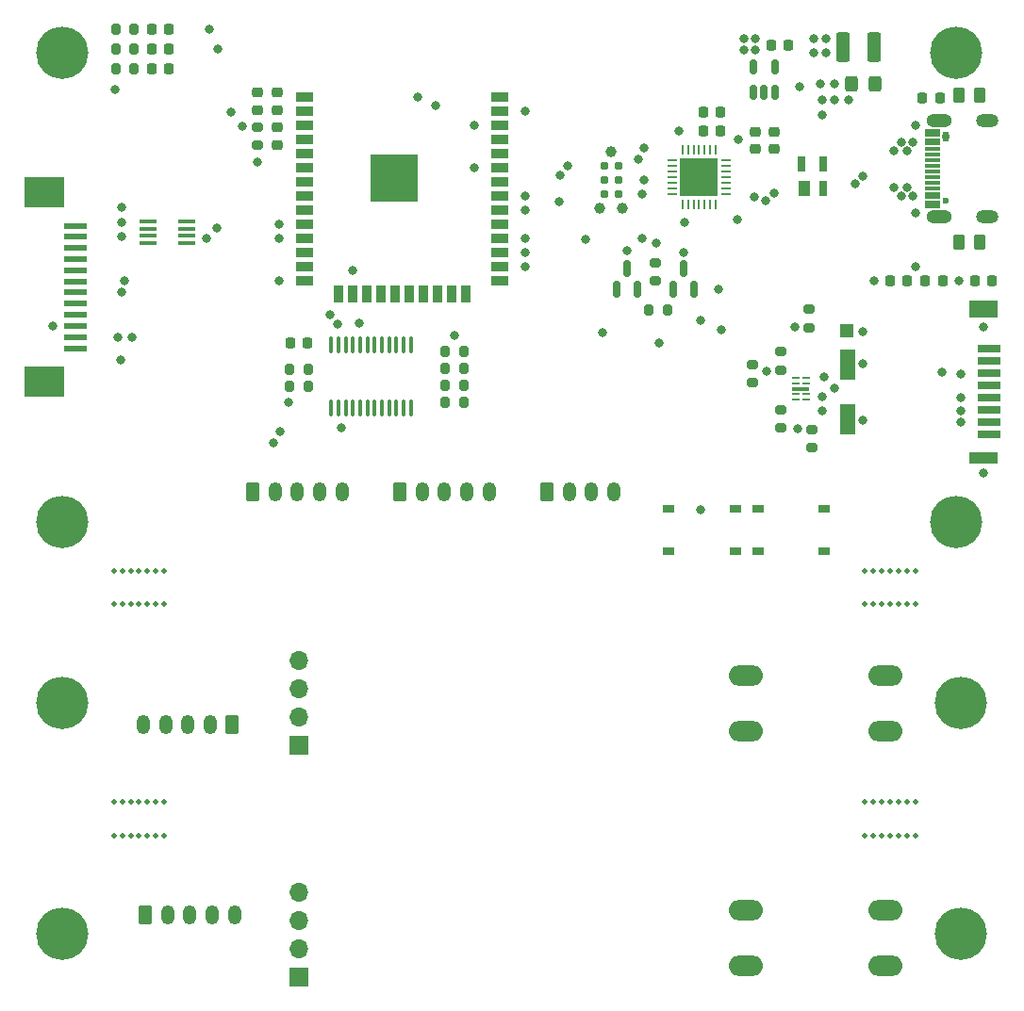
<source format=gbr>
%TF.GenerationSoftware,KiCad,Pcbnew,(6.0.8-1)-1*%
%TF.CreationDate,2022-11-25T14:48:04-05:00*%
%TF.ProjectId,smart-chessboard-controller,736d6172-742d-4636-9865-7373626f6172,B*%
%TF.SameCoordinates,Original*%
%TF.FileFunction,Soldermask,Top*%
%TF.FilePolarity,Negative*%
%FSLAX46Y46*%
G04 Gerber Fmt 4.6, Leading zero omitted, Abs format (unit mm)*
G04 Created by KiCad (PCBNEW (6.0.8-1)-1) date 2022-11-25 14:48:04*
%MOMM*%
%LPD*%
G01*
G04 APERTURE LIST*
G04 Aperture macros list*
%AMRoundRect*
0 Rectangle with rounded corners*
0 $1 Rounding radius*
0 $2 $3 $4 $5 $6 $7 $8 $9 X,Y pos of 4 corners*
0 Add a 4 corners polygon primitive as box body*
4,1,4,$2,$3,$4,$5,$6,$7,$8,$9,$2,$3,0*
0 Add four circle primitives for the rounded corners*
1,1,$1+$1,$2,$3*
1,1,$1+$1,$4,$5*
1,1,$1+$1,$6,$7*
1,1,$1+$1,$8,$9*
0 Add four rect primitives between the rounded corners*
20,1,$1+$1,$2,$3,$4,$5,0*
20,1,$1+$1,$4,$5,$6,$7,0*
20,1,$1+$1,$6,$7,$8,$9,0*
20,1,$1+$1,$8,$9,$2,$3,0*%
G04 Aperture macros list end*
%ADD10C,4.700000*%
%ADD11C,3.100000*%
%ADD12RoundRect,0.218750X-0.218750X-0.256250X0.218750X-0.256250X0.218750X0.256250X-0.218750X0.256250X0*%
%ADD13R,1.700000X1.700000*%
%ADD14O,1.700000X1.700000*%
%ADD15O,3.048000X1.850000*%
%ADD16R,1.500000X0.900000*%
%ADD17R,0.900000X1.500000*%
%ADD18C,0.475000*%
%ADD19R,4.200000X4.200000*%
%ADD20RoundRect,0.200000X0.275000X-0.200000X0.275000X0.200000X-0.275000X0.200000X-0.275000X-0.200000X0*%
%ADD21R,2.000000X0.700000*%
%ADD22R,1.400000X2.700000*%
%ADD23R,2.600000X1.000000*%
%ADD24R,1.200000X1.200000*%
%ADD25R,2.600000X1.500000*%
%ADD26RoundRect,0.225000X0.250000X-0.225000X0.250000X0.225000X-0.250000X0.225000X-0.250000X-0.225000X0*%
%ADD27RoundRect,0.250000X0.325000X0.450000X-0.325000X0.450000X-0.325000X-0.450000X0.325000X-0.450000X0*%
%ADD28RoundRect,0.100000X0.100000X-0.637500X0.100000X0.637500X-0.100000X0.637500X-0.100000X-0.637500X0*%
%ADD29RoundRect,0.200000X0.200000X0.275000X-0.200000X0.275000X-0.200000X-0.275000X0.200000X-0.275000X0*%
%ADD30RoundRect,0.250000X-0.350000X-0.625000X0.350000X-0.625000X0.350000X0.625000X-0.350000X0.625000X0*%
%ADD31O,1.200000X1.750000*%
%ADD32R,1.000000X0.750000*%
%ADD33RoundRect,0.150000X0.150000X-0.587500X0.150000X0.587500X-0.150000X0.587500X-0.150000X-0.587500X0*%
%ADD34RoundRect,0.200000X-0.200000X-0.275000X0.200000X-0.275000X0.200000X0.275000X-0.200000X0.275000X0*%
%ADD35RoundRect,0.225000X-0.225000X-0.250000X0.225000X-0.250000X0.225000X0.250000X-0.225000X0.250000X0*%
%ADD36C,0.991000*%
%ADD37C,0.787000*%
%ADD38RoundRect,0.200000X-0.275000X0.200000X-0.275000X-0.200000X0.275000X-0.200000X0.275000X0.200000X0*%
%ADD39RoundRect,0.250000X-0.375000X-1.075000X0.375000X-1.075000X0.375000X1.075000X-0.375000X1.075000X0*%
%ADD40R,1.000000X1.400000*%
%ADD41R,0.800000X1.400000*%
%ADD42RoundRect,0.225000X0.225000X0.250000X-0.225000X0.250000X-0.225000X-0.250000X0.225000X-0.250000X0*%
%ADD43RoundRect,0.218750X0.218750X0.256250X-0.218750X0.256250X-0.218750X-0.256250X0.218750X-0.256250X0*%
%ADD44R,2.000000X0.610000*%
%ADD45R,3.600000X2.680000*%
%ADD46RoundRect,0.050000X0.287500X-0.050000X0.287500X0.050000X-0.287500X0.050000X-0.287500X-0.050000X0*%
%ADD47RoundRect,0.100000X0.675000X-0.100000X0.675000X0.100000X-0.675000X0.100000X-0.675000X-0.100000X0*%
%ADD48C,0.500000*%
%ADD49R,1.600000X0.300000*%
%ADD50RoundRect,0.150000X0.150000X-0.512500X0.150000X0.512500X-0.150000X0.512500X-0.150000X-0.512500X0*%
%ADD51RoundRect,0.250000X0.262500X0.450000X-0.262500X0.450000X-0.262500X-0.450000X0.262500X-0.450000X0*%
%ADD52RoundRect,0.225000X-0.250000X0.225000X-0.250000X-0.225000X0.250000X-0.225000X0.250000X0.225000X0*%
%ADD53RoundRect,0.062500X0.337500X0.062500X-0.337500X0.062500X-0.337500X-0.062500X0.337500X-0.062500X0*%
%ADD54RoundRect,0.062500X0.062500X0.337500X-0.062500X0.337500X-0.062500X-0.337500X0.062500X-0.337500X0*%
%ADD55R,3.350000X3.350000*%
%ADD56C,0.600000*%
%ADD57O,0.600000X0.950000*%
%ADD58R,1.400000X0.300000*%
%ADD59O,2.000000X1.200000*%
%ADD60O,2.300000X1.200000*%
%ADD61RoundRect,0.250000X0.350000X0.625000X-0.350000X0.625000X-0.350000X-0.625000X0.350000X-0.625000X0*%
%ADD62C,0.800000*%
G04 APERTURE END LIST*
D10*
%TO.C,H8*%
X78232000Y-99822000D03*
D11*
X78232000Y-99822000D03*
%TD*%
D12*
%TO.C,L2*%
X155422500Y-61722000D03*
X156997500Y-61722000D03*
%TD*%
D13*
%TO.C,OLED1*%
X99412000Y-140746000D03*
D14*
X99412000Y-138206000D03*
X99412000Y-135666000D03*
X99412000Y-133126000D03*
%TD*%
D15*
%TO.C,SW3*%
X152112000Y-134660000D03*
X139612000Y-134660000D03*
X152112000Y-139660000D03*
X139612000Y-139660000D03*
%TD*%
D10*
%TO.C,H7*%
X158496000Y-99822000D03*
D11*
X158496000Y-99822000D03*
%TD*%
D16*
%TO.C,U2*%
X99960000Y-61600000D03*
X99960000Y-62870000D03*
X99960000Y-64140000D03*
X99960000Y-65410000D03*
X99960000Y-66680000D03*
X99960000Y-67950000D03*
X99960000Y-69220000D03*
X99960000Y-70490000D03*
X99960000Y-71760000D03*
X99960000Y-73030000D03*
X99960000Y-74300000D03*
X99960000Y-75570000D03*
X99960000Y-76840000D03*
X99960000Y-78110000D03*
D17*
X103000000Y-79360000D03*
X104270000Y-79360000D03*
X105540000Y-79360000D03*
X106810000Y-79360000D03*
X108080000Y-79360000D03*
X109350000Y-79360000D03*
X110620000Y-79360000D03*
X111890000Y-79360000D03*
X113160000Y-79360000D03*
X114430000Y-79360000D03*
D16*
X117460000Y-78110000D03*
X117460000Y-76840000D03*
X117460000Y-75570000D03*
X117460000Y-74300000D03*
X117460000Y-73030000D03*
X117460000Y-71760000D03*
X117460000Y-70490000D03*
X117460000Y-69220000D03*
X117460000Y-67950000D03*
X117460000Y-66680000D03*
X117460000Y-65410000D03*
X117460000Y-64140000D03*
X117460000Y-62870000D03*
X117460000Y-61600000D03*
D18*
X106505000Y-68177500D03*
X107267500Y-68940000D03*
X108030000Y-69702500D03*
X108030000Y-68177500D03*
X108792500Y-68940000D03*
X108792500Y-67415000D03*
D19*
X108030000Y-68940000D03*
D18*
X107267500Y-70465000D03*
X109555000Y-69702500D03*
X109555000Y-68177500D03*
X106505000Y-69702500D03*
X108792500Y-70465000D03*
X107267500Y-67415000D03*
%TD*%
D20*
%TO.C,R19*%
X131445000Y-78168000D03*
X131445000Y-76518000D03*
%TD*%
D21*
%TO.C,J2*%
X161415000Y-84265000D03*
X161415000Y-85365000D03*
X161415000Y-86465000D03*
X161415000Y-87565000D03*
X161415000Y-88665000D03*
X161415000Y-89765000D03*
X161415000Y-90865000D03*
X161415000Y-91965000D03*
D22*
X148715000Y-85665000D03*
D23*
X160915000Y-94065000D03*
D24*
X148615000Y-82665000D03*
D25*
X160915000Y-80715000D03*
D22*
X148715000Y-90615000D03*
%TD*%
D26*
%TO.C,C6*%
X97534000Y-62802000D03*
X97534000Y-61252000D03*
%TD*%
D27*
%TO.C,L1*%
X151139000Y-60452000D03*
X149089000Y-60452000D03*
%TD*%
D28*
%TO.C,U5*%
X102341000Y-89603500D03*
X102991000Y-89603500D03*
X103641000Y-89603500D03*
X104291000Y-89603500D03*
X104941000Y-89603500D03*
X105591000Y-89603500D03*
X106241000Y-89603500D03*
X106891000Y-89603500D03*
X107541000Y-89603500D03*
X108191000Y-89603500D03*
X108841000Y-89603500D03*
X109491000Y-89603500D03*
X109491000Y-83878500D03*
X108841000Y-83878500D03*
X108191000Y-83878500D03*
X107541000Y-83878500D03*
X106891000Y-83878500D03*
X106241000Y-83878500D03*
X105591000Y-83878500D03*
X104941000Y-83878500D03*
X104291000Y-83878500D03*
X103641000Y-83878500D03*
X102991000Y-83878500D03*
X102341000Y-83878500D03*
%TD*%
D29*
%TO.C,R16*%
X114236000Y-84455000D03*
X112586000Y-84455000D03*
%TD*%
D30*
%TO.C,J8*%
X108520000Y-97080000D03*
D31*
X110520000Y-97080000D03*
X112520000Y-97080000D03*
X114520000Y-97080000D03*
X116520000Y-97080000D03*
%TD*%
D32*
%TO.C,SW4*%
X146637000Y-98671000D03*
X140637000Y-98671000D03*
X140637000Y-102421000D03*
X146637000Y-102421000D03*
%TD*%
D33*
%TO.C,Q1*%
X127955000Y-78915500D03*
X129855000Y-78915500D03*
X128905000Y-77040500D03*
%TD*%
D34*
%TO.C,R18*%
X130874000Y-80772000D03*
X132524000Y-80772000D03*
%TD*%
D35*
%TO.C,C2*%
X155689000Y-78105000D03*
X157239000Y-78105000D03*
%TD*%
D26*
%TO.C,C10*%
X140462000Y-66307000D03*
X140462000Y-64757000D03*
%TD*%
D36*
%TO.C,J3*%
X128523000Y-71628000D03*
X127508000Y-66548000D03*
X126493000Y-71628000D03*
D37*
X126873000Y-67818000D03*
X128143000Y-67818000D03*
X126873000Y-69088000D03*
X128143000Y-69088000D03*
X126873000Y-70358000D03*
X128143000Y-70358000D03*
%TD*%
D26*
%TO.C,C7*%
X95743000Y-62802000D03*
X95743000Y-61252000D03*
%TD*%
D32*
%TO.C,SW2*%
X132636000Y-98671000D03*
X138636000Y-98671000D03*
X132636000Y-102421000D03*
X138636000Y-102421000D03*
%TD*%
D38*
%TO.C,R7*%
X145288000Y-80709000D03*
X145288000Y-82359000D03*
%TD*%
D11*
%TO.C,H1*%
X78232000Y-116103400D03*
D10*
X78232000Y-116103400D03*
%TD*%
D26*
%TO.C,C8*%
X142113000Y-66307000D03*
X142113000Y-64757000D03*
%TD*%
D39*
%TO.C,F1*%
X148331000Y-57112000D03*
X151131000Y-57112000D03*
%TD*%
D34*
%TO.C,R14*%
X82995000Y-59055000D03*
X84645000Y-59055000D03*
%TD*%
D40*
%TO.C,U3*%
X144792000Y-69807000D03*
D41*
X146492000Y-69807000D03*
X146492000Y-67607000D03*
X144592000Y-67607000D03*
%TD*%
D30*
%TO.C,J9*%
X95312000Y-97080000D03*
D31*
X97312000Y-97080000D03*
X99312000Y-97080000D03*
X101312000Y-97080000D03*
X103312000Y-97080000D03*
%TD*%
D30*
%TO.C,J5*%
X121712000Y-97080000D03*
D31*
X123712000Y-97080000D03*
X125712000Y-97080000D03*
X127712000Y-97080000D03*
%TD*%
D42*
%TO.C,C9*%
X137300000Y-64643000D03*
X135750000Y-64643000D03*
%TD*%
D43*
%TO.C,LED3*%
X87782500Y-59055000D03*
X86207500Y-59055000D03*
%TD*%
D44*
%TO.C,J4*%
X79395000Y-73202000D03*
X79395000Y-74202000D03*
X79395000Y-75202000D03*
X79395000Y-76202000D03*
X79395000Y-77202000D03*
X79395000Y-78202000D03*
X79395000Y-79202000D03*
X79395000Y-80202000D03*
X79395000Y-81202000D03*
X79395000Y-82202000D03*
X79395000Y-83202000D03*
X79395000Y-84202000D03*
D45*
X76595000Y-70212000D03*
X76595000Y-87192000D03*
%TD*%
D46*
%TO.C,D1*%
X144088500Y-88846000D03*
X144963500Y-88846000D03*
X144088500Y-88346000D03*
X144963500Y-88346000D03*
D47*
X144526000Y-87846000D03*
D46*
X144963500Y-87346000D03*
X144088500Y-87346000D03*
X144963500Y-86846000D03*
X144088500Y-86846000D03*
%TD*%
D13*
%TO.C,OLED2*%
X99412000Y-119918400D03*
D14*
X99412000Y-117378400D03*
X99412000Y-114838400D03*
X99412000Y-112298400D03*
%TD*%
D11*
%TO.C,H4*%
X158877000Y-136779000D03*
D10*
X158877000Y-136779000D03*
%TD*%
D48*
%TO.C,mouse-bite-3mm-slot*%
X82828000Y-107214800D03*
X85090000Y-104214800D03*
X83582000Y-104214800D03*
X82828000Y-104214800D03*
X87352000Y-104214800D03*
X84336000Y-107214800D03*
X83582000Y-107214800D03*
X85844000Y-104214800D03*
X87352000Y-107214800D03*
X84336000Y-104214800D03*
X85090000Y-107214800D03*
X86598000Y-104214800D03*
X85844000Y-107214800D03*
X86598000Y-107214800D03*
%TD*%
D42*
%TO.C,C11*%
X100216000Y-83693000D03*
X98666000Y-83693000D03*
%TD*%
D48*
%TO.C,mouse-bite-3mm-slot*%
X151773000Y-127992000D03*
X152527000Y-124992000D03*
X150265000Y-124992000D03*
X154789000Y-124992000D03*
X153281000Y-127992000D03*
X152527000Y-127992000D03*
X150265000Y-127992000D03*
X154035000Y-127992000D03*
X153281000Y-124992000D03*
X151019000Y-124992000D03*
X154035000Y-124992000D03*
X154789000Y-127992000D03*
X151019000Y-127992000D03*
X151773000Y-124992000D03*
%TD*%
D29*
%TO.C,R17*%
X114236000Y-87503000D03*
X112586000Y-87503000D03*
%TD*%
D12*
%TO.C,L3*%
X160121500Y-78105000D03*
X161696500Y-78105000D03*
%TD*%
D49*
%TO.C,U6*%
X89330000Y-74762000D03*
X89330000Y-74112000D03*
X89330000Y-73462000D03*
X89330000Y-72812000D03*
X85930000Y-72812000D03*
X85930000Y-73462000D03*
X85930000Y-74112000D03*
X85930000Y-74762000D03*
%TD*%
D50*
%TO.C,U1*%
X140275000Y-61169500D03*
X141225000Y-61169500D03*
X142175000Y-61169500D03*
X142175000Y-58894500D03*
X140275000Y-58894500D03*
%TD*%
D29*
%TO.C,R13*%
X114236000Y-89027000D03*
X112586000Y-89027000D03*
%TD*%
D51*
%TO.C,R4*%
X160551500Y-74674000D03*
X158726500Y-74674000D03*
%TD*%
D34*
%TO.C,R15*%
X98616000Y-87630000D03*
X100266000Y-87630000D03*
%TD*%
%TO.C,R10*%
X82995000Y-57277000D03*
X84645000Y-57277000D03*
%TD*%
D52*
%TO.C,C3*%
X97534000Y-64363000D03*
X97534000Y-65913000D03*
%TD*%
D10*
%TO.C,H3*%
X78232000Y-136779000D03*
D11*
X78232000Y-136779000D03*
%TD*%
D43*
%TO.C,LED2*%
X87782500Y-57277000D03*
X86207500Y-57277000D03*
%TD*%
D48*
%TO.C,mouse-bite-3mm-slot*%
X151019000Y-107214800D03*
X154035000Y-107214800D03*
X154035000Y-104214800D03*
X151773000Y-107214800D03*
X154789000Y-104214800D03*
X150265000Y-107214800D03*
X154789000Y-107214800D03*
X153281000Y-104214800D03*
X151019000Y-104214800D03*
X153281000Y-107214800D03*
X151773000Y-104214800D03*
X150265000Y-104214800D03*
X152527000Y-107214800D03*
X152527000Y-104214800D03*
%TD*%
D20*
%TO.C,R6*%
X142748000Y-86169000D03*
X142748000Y-84519000D03*
%TD*%
D53*
%TO.C,U4*%
X137830000Y-70334000D03*
X137830000Y-69834000D03*
X137830000Y-69334000D03*
X137830000Y-68834000D03*
X137830000Y-68334000D03*
X137830000Y-67834000D03*
X137830000Y-67334000D03*
D54*
X136880000Y-66384000D03*
X136380000Y-66384000D03*
X135880000Y-66384000D03*
X135380000Y-66384000D03*
X134880000Y-66384000D03*
X134380000Y-66384000D03*
X133880000Y-66384000D03*
D53*
X132930000Y-67334000D03*
X132930000Y-67834000D03*
X132930000Y-68334000D03*
X132930000Y-68834000D03*
X132930000Y-69334000D03*
X132930000Y-69834000D03*
X132930000Y-70334000D03*
D54*
X133880000Y-71284000D03*
X134380000Y-71284000D03*
X134880000Y-71284000D03*
X135380000Y-71284000D03*
X135880000Y-71284000D03*
X136380000Y-71284000D03*
X136880000Y-71284000D03*
D55*
X135380000Y-68834000D03*
%TD*%
D35*
%TO.C,C4*%
X135750000Y-62992000D03*
X137300000Y-62992000D03*
%TD*%
D42*
%TO.C,C1*%
X154064000Y-78105000D03*
X152514000Y-78105000D03*
%TD*%
D34*
%TO.C,R11*%
X98616000Y-86106000D03*
X100266000Y-86106000D03*
%TD*%
D51*
%TO.C,R8*%
X160551500Y-61466000D03*
X158726500Y-61466000D03*
%TD*%
D11*
%TO.C,H6*%
X158496000Y-57658000D03*
D10*
X158496000Y-57658000D03*
%TD*%
D20*
%TO.C,R2*%
X140208000Y-87312000D03*
X140208000Y-85662000D03*
%TD*%
%TO.C,R1*%
X95756000Y-65963000D03*
X95756000Y-64313000D03*
%TD*%
D15*
%TO.C,SW1*%
X139612000Y-113603400D03*
X152112000Y-113603400D03*
X139612000Y-118603400D03*
X152112000Y-118603400D03*
%TD*%
D34*
%TO.C,R9*%
X82995000Y-55499000D03*
X84645000Y-55499000D03*
%TD*%
D38*
%TO.C,R5*%
X142748000Y-89726000D03*
X142748000Y-91376000D03*
%TD*%
D20*
%TO.C,R3*%
X145542000Y-93154000D03*
X145542000Y-91504000D03*
%TD*%
D11*
%TO.C,H5*%
X78232000Y-57658000D03*
D10*
X78232000Y-57658000D03*
%TD*%
D11*
%TO.C,H2*%
X158877000Y-116103400D03*
D10*
X158877000Y-116103400D03*
%TD*%
D48*
%TO.C,mouse-bite-3mm-slot*%
X82828000Y-127992000D03*
X84336000Y-124992000D03*
X86598000Y-124992000D03*
X83582000Y-127992000D03*
X87352000Y-124992000D03*
X86598000Y-127992000D03*
X85844000Y-127992000D03*
X85090000Y-127992000D03*
X84336000Y-127992000D03*
X87352000Y-127992000D03*
X85844000Y-124992000D03*
X82828000Y-124992000D03*
X85090000Y-124992000D03*
X83582000Y-124992000D03*
%TD*%
D35*
%TO.C,C5*%
X141847000Y-56984000D03*
X143397000Y-56984000D03*
%TD*%
D33*
%TO.C,Q2*%
X133035000Y-78915500D03*
X134935000Y-78915500D03*
X133985000Y-77040500D03*
%TD*%
D29*
%TO.C,R12*%
X114236000Y-85979000D03*
X112586000Y-85979000D03*
%TD*%
D56*
%TO.C,J1*%
X157518000Y-70960000D03*
D57*
X157518000Y-65180000D03*
D58*
X156368000Y-71420000D03*
X156368000Y-70620000D03*
X156368000Y-69320000D03*
X156368000Y-68320000D03*
X156368000Y-67820000D03*
X156368000Y-66820000D03*
X156368000Y-65520000D03*
X156368000Y-64720000D03*
X156368000Y-65020000D03*
X156368000Y-65820000D03*
X156368000Y-66320000D03*
X156368000Y-67320000D03*
X156368000Y-68820000D03*
X156368000Y-69820000D03*
X156368000Y-70320000D03*
X156368000Y-71120000D03*
D59*
X161218000Y-72395000D03*
X161218000Y-63745000D03*
D60*
X156943000Y-72395000D03*
X156943000Y-63745000D03*
%TD*%
D43*
%TO.C,LED1*%
X87782500Y-55499000D03*
X86207500Y-55499000D03*
%TD*%
D30*
%TO.C,J7*%
X85662000Y-135128000D03*
D31*
X87662000Y-135128000D03*
X89662000Y-135128000D03*
X91662000Y-135128000D03*
X93662000Y-135128000D03*
%TD*%
D61*
%TO.C,J6*%
X93472000Y-118008400D03*
D31*
X91472000Y-118008400D03*
X89472000Y-118008400D03*
X87472000Y-118008400D03*
X85472000Y-118008400D03*
%TD*%
D62*
X140463000Y-56349000D03*
X98552000Y-89027000D03*
X140463000Y-57365000D03*
X144272000Y-91440000D03*
X113411000Y-83058000D03*
X144018000Y-82296000D03*
X95758000Y-67437000D03*
X154813000Y-76835000D03*
X157226000Y-86360000D03*
X93345000Y-62992000D03*
X82931000Y-60960000D03*
X139447000Y-57365000D03*
X92075000Y-73406000D03*
X83439000Y-85217000D03*
X139447000Y-56349000D03*
X158750000Y-78105000D03*
X104902000Y-81915000D03*
X147574000Y-87757000D03*
X144399000Y-60706000D03*
X134747000Y-69469000D03*
X91186000Y-74295000D03*
X154813000Y-64135000D03*
X134747000Y-68326000D03*
X133604000Y-64643000D03*
X135890000Y-68326000D03*
X154813000Y-72009000D03*
X140335000Y-70612000D03*
X158877000Y-89789000D03*
X77343000Y-82169000D03*
X151130000Y-78105000D03*
X135890000Y-69469000D03*
X130429000Y-69088000D03*
X94361000Y-64262000D03*
X128905000Y-75438000D03*
X123571000Y-67818000D03*
X126746000Y-82804000D03*
X135509000Y-98679000D03*
X84455000Y-83185000D03*
X146431000Y-63246000D03*
X83185000Y-83185000D03*
X146304000Y-60452000D03*
X146431000Y-61849000D03*
X147574000Y-61849000D03*
X138938000Y-65405000D03*
X148844000Y-61849000D03*
X83566000Y-74168000D03*
X147574000Y-60452000D03*
X158877000Y-90805000D03*
X146431000Y-89789000D03*
X119761000Y-70485000D03*
X135509000Y-81661000D03*
X137414000Y-82550000D03*
X146431000Y-88570500D03*
X119761000Y-71755000D03*
X158877000Y-88646000D03*
X158877000Y-86487000D03*
X138811000Y-72644000D03*
X146608122Y-86791122D03*
X119761000Y-62865000D03*
X141478000Y-86233000D03*
X125222000Y-74422000D03*
X154559000Y-65659000D03*
X130429000Y-66167000D03*
X146812000Y-56388000D03*
X145669000Y-57658000D03*
X154051000Y-66421000D03*
X154051000Y-69723000D03*
X129921000Y-67183000D03*
X154559000Y-70485000D03*
X145669000Y-56388000D03*
X153543000Y-70485000D03*
X153543000Y-65659000D03*
X152908000Y-66421000D03*
X152908000Y-69723000D03*
X146812000Y-57658000D03*
X150104232Y-68716768D03*
X141360768Y-70983232D03*
X149361768Y-69459232D03*
X142103232Y-70240768D03*
X150114000Y-85598000D03*
X131826000Y-83693000D03*
X111760000Y-62357000D03*
X122871500Y-68643500D03*
X122803212Y-71007470D03*
X91440000Y-55499000D03*
X110109000Y-61595000D03*
X92139500Y-57277000D03*
X137160000Y-78867000D03*
X133985000Y-75565000D03*
X130251878Y-74359500D03*
X130302000Y-70358000D03*
X97790000Y-91694000D03*
X83820000Y-78105000D03*
X83566000Y-79202000D03*
X97155000Y-92710000D03*
X119761000Y-75565000D03*
X119761000Y-74295000D03*
X104267000Y-77216000D03*
X97663000Y-78105000D03*
X134112000Y-72898000D03*
X131572000Y-74759500D03*
X83566000Y-71501000D03*
X97663000Y-73025000D03*
X103251000Y-91313000D03*
X119761000Y-76835000D03*
X97663000Y-74295000D03*
X83566000Y-72898000D03*
X102941500Y-82028622D03*
X115189000Y-67945000D03*
X102235000Y-81153000D03*
X115189000Y-64135000D03*
X160909000Y-95377000D03*
X150114000Y-90678000D03*
X150114000Y-82677000D03*
X160909000Y-82296000D03*
M02*

</source>
